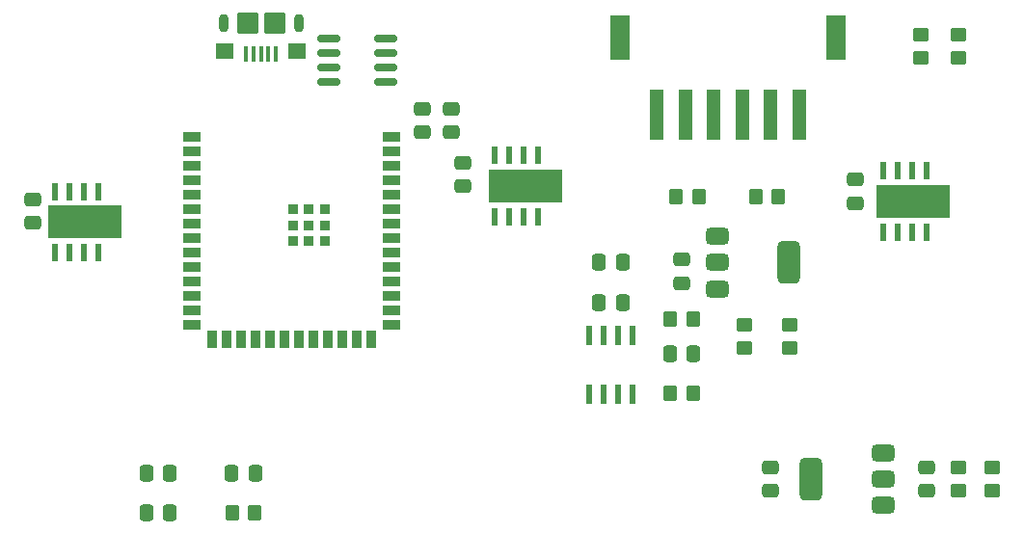
<source format=gbp>
%TF.GenerationSoftware,KiCad,Pcbnew,8.0.3-8.0.3-0~ubuntu22.04.1*%
%TF.CreationDate,2024-07-03T00:47:08-04:00*%
%TF.ProjectId,arm_drive_j3_4_5,61726d5f-6472-4697-9665-5f6a335f345f,rev?*%
%TF.SameCoordinates,Original*%
%TF.FileFunction,Paste,Bot*%
%TF.FilePolarity,Positive*%
%FSLAX46Y46*%
G04 Gerber Fmt 4.6, Leading zero omitted, Abs format (unit mm)*
G04 Created by KiCad (PCBNEW 8.0.3-8.0.3-0~ubuntu22.04.1) date 2024-07-03 00:47:08*
%MOMM*%
%LPD*%
G01*
G04 APERTURE LIST*
G04 Aperture macros list*
%AMRoundRect*
0 Rectangle with rounded corners*
0 $1 Rounding radius*
0 $2 $3 $4 $5 $6 $7 $8 $9 X,Y pos of 4 corners*
0 Add a 4 corners polygon primitive as box body*
4,1,4,$2,$3,$4,$5,$6,$7,$8,$9,$2,$3,0*
0 Add four circle primitives for the rounded corners*
1,1,$1+$1,$2,$3*
1,1,$1+$1,$4,$5*
1,1,$1+$1,$6,$7*
1,1,$1+$1,$8,$9*
0 Add four rect primitives between the rounded corners*
20,1,$1+$1,$2,$3,$4,$5,0*
20,1,$1+$1,$4,$5,$6,$7,0*
20,1,$1+$1,$6,$7,$8,$9,0*
20,1,$1+$1,$8,$9,$2,$3,0*%
G04 Aperture macros list end*
%ADD10RoundRect,0.250000X-0.450000X0.350000X-0.450000X-0.350000X0.450000X-0.350000X0.450000X0.350000X0*%
%ADD11RoundRect,0.375000X0.625000X0.375000X-0.625000X0.375000X-0.625000X-0.375000X0.625000X-0.375000X0*%
%ADD12RoundRect,0.500000X0.500000X1.400000X-0.500000X1.400000X-0.500000X-1.400000X0.500000X-1.400000X0*%
%ADD13RoundRect,0.250000X-0.475000X0.337500X-0.475000X-0.337500X0.475000X-0.337500X0.475000X0.337500X0*%
%ADD14RoundRect,0.250000X0.337500X0.475000X-0.337500X0.475000X-0.337500X-0.475000X0.337500X-0.475000X0*%
%ADD15RoundRect,0.250000X0.350000X0.450000X-0.350000X0.450000X-0.350000X-0.450000X0.350000X-0.450000X0*%
%ADD16RoundRect,0.250000X0.475000X-0.337500X0.475000X0.337500X-0.475000X0.337500X-0.475000X-0.337500X0*%
%ADD17R,3.100000X2.600000*%
%ADD18R,0.600000X1.550000*%
%ADD19R,6.450000X2.950000*%
%ADD20RoundRect,0.250000X-0.350000X-0.450000X0.350000X-0.450000X0.350000X0.450000X-0.350000X0.450000X0*%
%ADD21R,1.295400X4.495800*%
%ADD22R,1.803400X3.911600*%
%ADD23RoundRect,0.250000X0.450000X-0.350000X0.450000X0.350000X-0.450000X0.350000X-0.450000X-0.350000X0*%
%ADD24RoundRect,0.250000X-0.337500X-0.475000X0.337500X-0.475000X0.337500X0.475000X-0.337500X0.475000X0*%
%ADD25RoundRect,0.041300X-0.253700X0.833700X-0.253700X-0.833700X0.253700X-0.833700X0.253700X0.833700X0*%
%ADD26RoundRect,0.375000X-0.625000X-0.375000X0.625000X-0.375000X0.625000X0.375000X-0.625000X0.375000X0*%
%ADD27RoundRect,0.500000X-0.500000X-1.400000X0.500000X-1.400000X0.500000X1.400000X-0.500000X1.400000X0*%
%ADD28R,0.900000X0.900000*%
%ADD29R,1.500000X0.900000*%
%ADD30R,0.900000X1.500000*%
%ADD31RoundRect,0.100000X-0.100000X-0.575000X0.100000X-0.575000X0.100000X0.575000X-0.100000X0.575000X0*%
%ADD32O,0.900000X1.600000*%
%ADD33RoundRect,0.250000X-0.550000X-0.450000X0.550000X-0.450000X0.550000X0.450000X-0.550000X0.450000X0*%
%ADD34RoundRect,0.250000X-0.700000X-0.700000X0.700000X-0.700000X0.700000X0.700000X-0.700000X0.700000X0*%
%ADD35RoundRect,0.150000X-0.825000X-0.150000X0.825000X-0.150000X0.825000X0.150000X-0.825000X0.150000X0*%
G04 APERTURE END LIST*
D10*
%TO.C,R11*%
X122660000Y-79020000D03*
X122660000Y-81020000D03*
%TD*%
D11*
%TO.C,U3*%
X116060000Y-77720000D03*
X116060000Y-80020000D03*
D12*
X109760000Y-80020000D03*
D11*
X116060000Y-82320000D03*
%TD*%
D13*
%TO.C,C8*%
X113660000Y-53732500D03*
X113660000Y-55807500D03*
%TD*%
D14*
%TO.C,C1*%
X60947500Y-79520000D03*
X58872500Y-79520000D03*
%TD*%
%TO.C,C3*%
X93237500Y-61020000D03*
X91162500Y-61020000D03*
%TD*%
D15*
%TO.C,R7*%
X106910000Y-55270000D03*
X104910000Y-55270000D03*
%TD*%
D16*
%TO.C,C13*%
X98410000Y-62807500D03*
X98410000Y-60732500D03*
%TD*%
D17*
%TO.C,U7*%
X83910000Y-54270000D03*
D18*
X85815000Y-56970000D03*
X84545000Y-56970000D03*
X83275000Y-56970000D03*
X82005000Y-56970000D03*
X82005000Y-51570000D03*
X83275000Y-51570000D03*
X84545000Y-51570000D03*
X85815000Y-51570000D03*
D19*
X84660000Y-54270000D03*
%TD*%
D20*
%TO.C,R4*%
X97410000Y-72520000D03*
X99410000Y-72520000D03*
%TD*%
D16*
%TO.C,C17*%
X78160000Y-49557500D03*
X78160000Y-47482500D03*
%TD*%
D21*
%TO.C,J9*%
X96210001Y-48070000D03*
X98710001Y-48070000D03*
X101210001Y-48070000D03*
X103710001Y-48070000D03*
X106210001Y-48070000D03*
X108710001Y-48070000D03*
D22*
X93010002Y-41270000D03*
X111910000Y-41270000D03*
%TD*%
D23*
%TO.C,R10*%
X125660000Y-81020000D03*
X125660000Y-79020000D03*
%TD*%
D14*
%TO.C,C4*%
X93237500Y-64520000D03*
X91162500Y-64520000D03*
%TD*%
D15*
%TO.C,R13*%
X60910000Y-83020000D03*
X58910000Y-83020000D03*
%TD*%
D13*
%TO.C,C10*%
X79160000Y-52232500D03*
X79160000Y-54307500D03*
%TD*%
%TO.C,C6*%
X41410000Y-55482500D03*
X41410000Y-57557500D03*
%TD*%
D24*
%TO.C,C2*%
X51372500Y-79520000D03*
X53447500Y-79520000D03*
%TD*%
D25*
%TO.C,U2*%
X90255000Y-67435000D03*
X91525000Y-67435000D03*
X92795000Y-67435000D03*
X94065000Y-67435000D03*
X94065000Y-72605000D03*
X92795000Y-72605000D03*
X91525000Y-72605000D03*
X90255000Y-72605000D03*
%TD*%
D10*
%TO.C,R5*%
X122660000Y-41020000D03*
X122660000Y-43020000D03*
%TD*%
D26*
%TO.C,U8*%
X101510000Y-63320000D03*
X101510000Y-61020000D03*
D27*
X107810000Y-61020000D03*
D26*
X101510000Y-58720000D03*
%TD*%
D24*
%TO.C,C20*%
X97372500Y-69020000D03*
X99447500Y-69020000D03*
%TD*%
D16*
%TO.C,C5*%
X106160000Y-81057500D03*
X106160000Y-78982500D03*
%TD*%
D20*
%TO.C,R1*%
X97910000Y-55270000D03*
X99910000Y-55270000D03*
%TD*%
D10*
%TO.C,R8*%
X103910000Y-66520000D03*
X103910000Y-68520000D03*
%TD*%
D16*
%TO.C,C18*%
X75660000Y-49595000D03*
X75660000Y-47520000D03*
%TD*%
D28*
%TO.C,U6*%
X67060000Y-59130000D03*
X67060000Y-57730000D03*
X67060000Y-56330000D03*
X65660000Y-59130000D03*
X65660000Y-57730000D03*
X65660000Y-56330000D03*
X64260000Y-59130000D03*
X64260000Y-57730000D03*
X64260000Y-56330000D03*
D29*
X72910000Y-50010000D03*
X72910000Y-51280000D03*
X72910000Y-52550000D03*
X72910000Y-53820000D03*
X72910000Y-55090000D03*
X72910000Y-56360000D03*
X72910000Y-57630000D03*
X72910000Y-58900000D03*
X72910000Y-60170000D03*
X72910000Y-61440000D03*
X72910000Y-62710000D03*
X72910000Y-63980000D03*
X72910000Y-65250000D03*
X72910000Y-66520000D03*
D30*
X71145000Y-67770000D03*
X69875000Y-67770000D03*
X68605000Y-67770000D03*
X67335000Y-67770000D03*
X66065000Y-67770000D03*
X64795000Y-67770000D03*
X63525000Y-67770000D03*
X62255000Y-67770000D03*
X60985000Y-67770000D03*
X59715000Y-67770000D03*
X58445000Y-67770000D03*
X57175000Y-67770000D03*
D29*
X55410000Y-66520000D03*
X55410000Y-65250000D03*
X55410000Y-63980000D03*
X55410000Y-62710000D03*
X55410000Y-61440000D03*
X55410000Y-60170000D03*
X55410000Y-58900000D03*
X55410000Y-57630000D03*
X55410000Y-56360000D03*
X55410000Y-55090000D03*
X55410000Y-53820000D03*
X55410000Y-52550000D03*
X55410000Y-51280000D03*
X55410000Y-50010000D03*
%TD*%
D10*
%TO.C,R9*%
X107910000Y-66520000D03*
X107910000Y-68520000D03*
%TD*%
D31*
%TO.C,J1*%
X60160000Y-42695000D03*
X60810000Y-42695000D03*
X61460000Y-42695000D03*
X62110000Y-42695000D03*
X62760000Y-42695000D03*
D32*
X58160000Y-40020000D03*
D33*
X58260000Y-42470000D03*
D34*
X60260000Y-40020000D03*
X62660000Y-40020000D03*
D33*
X64660000Y-42470000D03*
D32*
X64760000Y-40020000D03*
%TD*%
D15*
%TO.C,R3*%
X99410000Y-66020000D03*
X97410000Y-66020000D03*
%TD*%
D35*
%TO.C,U1*%
X67435000Y-45175000D03*
X67435000Y-43905000D03*
X67435000Y-42635000D03*
X67435000Y-41365000D03*
X72385000Y-41365000D03*
X72385000Y-42635000D03*
X72385000Y-43905000D03*
X72385000Y-45175000D03*
%TD*%
D17*
%TO.C,U4*%
X45255000Y-57470000D03*
D18*
X47160000Y-60170000D03*
X45890000Y-60170000D03*
X44620000Y-60170000D03*
X43350000Y-60170000D03*
X43350000Y-54770000D03*
X44620000Y-54770000D03*
X45890000Y-54770000D03*
X47160000Y-54770000D03*
D19*
X46030000Y-57470000D03*
%TD*%
D10*
%TO.C,R6*%
X119410000Y-41020000D03*
X119410000Y-43020000D03*
%TD*%
D13*
%TO.C,C12*%
X119910000Y-78982500D03*
X119910000Y-81057500D03*
%TD*%
D17*
%TO.C,U5*%
X117960000Y-55670000D03*
D18*
X119865000Y-58370000D03*
X118595000Y-58370000D03*
X117325000Y-58370000D03*
X116055000Y-58370000D03*
X116055000Y-52970000D03*
X117325000Y-52970000D03*
X118595000Y-52970000D03*
X119865000Y-52970000D03*
D19*
X118735000Y-55670000D03*
%TD*%
D14*
%TO.C,C19*%
X53447500Y-83020000D03*
X51372500Y-83020000D03*
%TD*%
M02*

</source>
